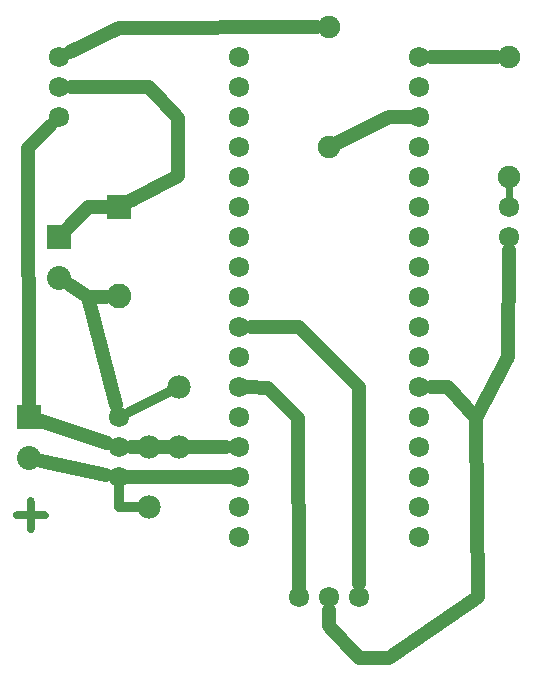
<source format=gbl>
G04 MADE WITH FRITZING*
G04 WWW.FRITZING.ORG*
G04 DOUBLE SIDED*
G04 HOLES PLATED*
G04 CONTOUR ON CENTER OF CONTOUR VECTOR*
%ASAXBY*%
%FSLAX23Y23*%
%MOIN*%
%OFA0B0*%
%SFA1.0B1.0*%
%ADD10C,0.067717*%
%ADD11C,0.080000*%
%ADD12C,0.082000*%
%ADD13C,0.078000*%
%ADD14C,0.075000*%
%ADD15R,0.080000X0.080000*%
%ADD16R,0.082000X0.082000*%
%ADD17C,0.048000*%
%ADD18C,0.032000*%
%ADD19C,0.024000*%
%ADD20R,0.001000X0.001000*%
%LNCOPPER0*%
G90*
G70*
G54D10*
X1776Y1480D03*
X1776Y1580D03*
X1076Y280D03*
X1176Y280D03*
X1276Y280D03*
X276Y2080D03*
X276Y1980D03*
X276Y1880D03*
X476Y880D03*
X476Y780D03*
X476Y680D03*
X1476Y2080D03*
X1476Y1980D03*
X1476Y1880D03*
X1476Y1780D03*
X1476Y1680D03*
X1476Y1580D03*
X1476Y1480D03*
X1476Y1380D03*
X1476Y1280D03*
X1476Y1180D03*
X1476Y1080D03*
X1476Y980D03*
X1476Y880D03*
X1476Y780D03*
X1476Y680D03*
X1476Y580D03*
X1476Y480D03*
X876Y2080D03*
X876Y1980D03*
X876Y1880D03*
X876Y1780D03*
X876Y1680D03*
X876Y1580D03*
X876Y1480D03*
X876Y1380D03*
X876Y1280D03*
X876Y1180D03*
X876Y1080D03*
X876Y980D03*
X876Y880D03*
X876Y780D03*
X876Y680D03*
X876Y580D03*
X876Y480D03*
G54D11*
X276Y1480D03*
X276Y1342D03*
X176Y880D03*
X176Y742D03*
G54D12*
X476Y1580D03*
X476Y1282D03*
X476Y1580D03*
X476Y1282D03*
G54D13*
X676Y980D03*
X676Y780D03*
X676Y980D03*
X676Y780D03*
X576Y780D03*
X576Y580D03*
X576Y780D03*
X576Y580D03*
G54D14*
X1776Y2080D03*
X1776Y1680D03*
X1776Y2080D03*
X1776Y1680D03*
X1176Y1780D03*
X1176Y2180D03*
X1176Y1780D03*
X1176Y2180D03*
G54D15*
X276Y1480D03*
X176Y880D03*
G54D16*
X476Y1581D03*
X476Y1581D03*
G54D17*
X434Y688D02*
X217Y733D01*
D02*
X216Y866D02*
X436Y793D01*
D02*
X374Y1280D02*
X465Y920D01*
D02*
X311Y1319D02*
X374Y1280D01*
D02*
X677Y780D02*
X517Y780D01*
D02*
X834Y780D02*
X677Y780D01*
D02*
X374Y1280D02*
X432Y1281D01*
D02*
X311Y1319D02*
X374Y1280D01*
D02*
X374Y1579D02*
X432Y1579D01*
D02*
X305Y1510D02*
X374Y1579D01*
D02*
X673Y1682D02*
X514Y1599D01*
D02*
X673Y1877D02*
X673Y1682D01*
D02*
X575Y1980D02*
X673Y1877D01*
D02*
X317Y1980D02*
X575Y1980D01*
D02*
X177Y1779D02*
X246Y1850D01*
D02*
X174Y1778D02*
X177Y1779D01*
D02*
X175Y922D02*
X174Y1778D01*
G54D18*
D02*
X477Y580D02*
X476Y643D01*
D02*
X540Y580D02*
X477Y580D01*
D02*
X508Y896D02*
X644Y964D01*
G54D17*
D02*
X1674Y281D02*
X1665Y875D01*
D02*
X1574Y979D02*
X1517Y980D01*
D02*
X1665Y875D02*
X1574Y979D01*
D02*
X1375Y78D02*
X1674Y281D01*
D02*
X1275Y78D02*
X1375Y78D01*
D02*
X1175Y182D02*
X1275Y78D01*
D02*
X1176Y238D02*
X1175Y182D01*
D02*
X1275Y979D02*
X1276Y322D01*
D02*
X1076Y1179D02*
X1275Y979D01*
D02*
X917Y1179D02*
X1076Y1179D01*
G54D19*
D02*
X1776Y1610D02*
X1776Y1651D01*
G54D17*
D02*
X1517Y2080D02*
X1736Y2080D01*
D02*
X1774Y1079D02*
X1775Y1438D01*
D02*
X1665Y875D02*
X1774Y1079D01*
D02*
X475Y2178D02*
X1136Y2180D01*
D02*
X313Y2098D02*
X475Y2178D01*
D02*
X1376Y1880D02*
X1201Y1792D01*
D02*
X1445Y1880D02*
X1376Y1880D01*
D02*
X974Y978D02*
X906Y979D01*
D02*
X1075Y310D02*
X1074Y878D01*
D02*
X1074Y878D02*
X974Y978D01*
D02*
X845Y680D02*
X506Y680D01*
G54D20*
X181Y613D02*
X182Y613D01*
X177Y612D02*
X186Y612D01*
X176Y611D02*
X188Y611D01*
X174Y610D02*
X189Y610D01*
X173Y609D02*
X190Y609D01*
X173Y608D02*
X191Y608D01*
X172Y607D02*
X192Y607D01*
X171Y606D02*
X192Y606D01*
X171Y605D02*
X193Y605D01*
X171Y604D02*
X193Y604D01*
X170Y603D02*
X193Y603D01*
X170Y602D02*
X193Y602D01*
X170Y601D02*
X194Y601D01*
X170Y600D02*
X194Y600D01*
X170Y599D02*
X194Y599D01*
X170Y598D02*
X194Y598D01*
X170Y597D02*
X194Y597D01*
X170Y596D02*
X194Y596D01*
X170Y595D02*
X194Y595D01*
X170Y594D02*
X194Y594D01*
X170Y593D02*
X194Y593D01*
X170Y592D02*
X194Y592D01*
X170Y591D02*
X194Y591D01*
X170Y590D02*
X194Y590D01*
X170Y589D02*
X194Y589D01*
X170Y588D02*
X194Y588D01*
X170Y587D02*
X194Y587D01*
X170Y586D02*
X194Y586D01*
X170Y585D02*
X194Y585D01*
X170Y584D02*
X194Y584D01*
X170Y583D02*
X194Y583D01*
X170Y582D02*
X194Y582D01*
X170Y581D02*
X194Y581D01*
X170Y580D02*
X194Y580D01*
X170Y579D02*
X194Y579D01*
X170Y578D02*
X194Y578D01*
X170Y577D02*
X194Y577D01*
X170Y576D02*
X194Y576D01*
X170Y575D02*
X194Y575D01*
X170Y574D02*
X194Y574D01*
X170Y573D02*
X194Y573D01*
X170Y572D02*
X194Y572D01*
X170Y571D02*
X194Y571D01*
X170Y570D02*
X194Y570D01*
X170Y569D02*
X194Y569D01*
X170Y568D02*
X194Y568D01*
X170Y567D02*
X194Y567D01*
X170Y566D02*
X194Y566D01*
X133Y565D02*
X231Y565D01*
X129Y564D02*
X234Y564D01*
X127Y563D02*
X236Y563D01*
X126Y562D02*
X237Y562D01*
X125Y561D02*
X238Y561D01*
X124Y560D02*
X239Y560D01*
X124Y559D02*
X240Y559D01*
X123Y558D02*
X240Y558D01*
X123Y557D02*
X241Y557D01*
X122Y556D02*
X241Y556D01*
X122Y555D02*
X241Y555D01*
X122Y554D02*
X241Y554D01*
X122Y553D02*
X241Y553D01*
X122Y552D02*
X241Y552D01*
X122Y551D02*
X241Y551D01*
X122Y550D02*
X241Y550D01*
X122Y549D02*
X241Y549D01*
X123Y548D02*
X241Y548D01*
X123Y547D02*
X240Y547D01*
X124Y546D02*
X239Y546D01*
X125Y545D02*
X239Y545D01*
X126Y544D02*
X238Y544D01*
X127Y543D02*
X237Y543D01*
X129Y542D02*
X235Y542D01*
X131Y541D02*
X232Y541D01*
X170Y540D02*
X194Y540D01*
X170Y539D02*
X194Y539D01*
X170Y538D02*
X194Y538D01*
X170Y537D02*
X194Y537D01*
X170Y536D02*
X194Y536D01*
X170Y535D02*
X194Y535D01*
X170Y534D02*
X194Y534D01*
X170Y533D02*
X194Y533D01*
X170Y532D02*
X194Y532D01*
X170Y531D02*
X194Y531D01*
X170Y530D02*
X194Y530D01*
X170Y529D02*
X194Y529D01*
X170Y528D02*
X194Y528D01*
X170Y527D02*
X194Y527D01*
X170Y526D02*
X194Y526D01*
X170Y525D02*
X194Y525D01*
X170Y524D02*
X194Y524D01*
X170Y523D02*
X194Y523D01*
X170Y522D02*
X194Y522D01*
X170Y521D02*
X194Y521D01*
X170Y520D02*
X194Y520D01*
X170Y519D02*
X194Y519D01*
X170Y518D02*
X194Y518D01*
X170Y517D02*
X194Y517D01*
X170Y516D02*
X194Y516D01*
X170Y515D02*
X194Y515D01*
X170Y514D02*
X194Y514D01*
X170Y513D02*
X194Y513D01*
X170Y512D02*
X194Y512D01*
X170Y511D02*
X194Y511D01*
X170Y510D02*
X194Y510D01*
X170Y509D02*
X194Y509D01*
X170Y508D02*
X194Y508D01*
X170Y507D02*
X194Y507D01*
X170Y506D02*
X194Y506D01*
X170Y505D02*
X194Y505D01*
X170Y504D02*
X193Y504D01*
X170Y503D02*
X193Y503D01*
X170Y502D02*
X193Y502D01*
X171Y501D02*
X193Y501D01*
X171Y500D02*
X193Y500D01*
X172Y499D02*
X192Y499D01*
X172Y498D02*
X191Y498D01*
X173Y497D02*
X191Y497D01*
X174Y496D02*
X190Y496D01*
X175Y495D02*
X189Y495D01*
X176Y494D02*
X187Y494D01*
X179Y493D02*
X185Y493D01*
D02*
G04 End of Copper0*
M02*
</source>
